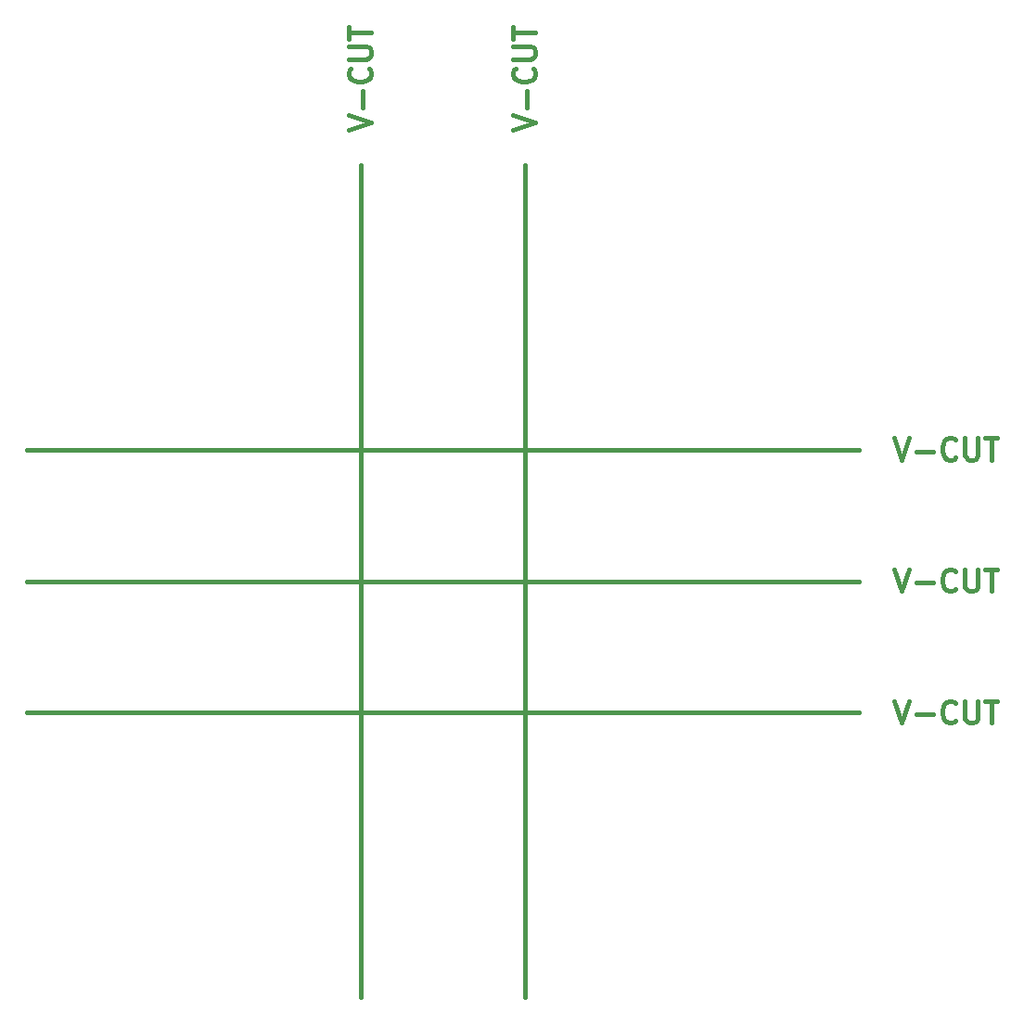
<source format=gbr>
G04 #@! TF.GenerationSoftware,KiCad,Pcbnew,7.0.2-6a45011f42~172~ubuntu22.04.1*
G04 #@! TF.CreationDate,2023-05-27T08:42:39+08:00*
G04 #@! TF.ProjectId,panel_2_1,70616e65-6c5f-4325-9f31-2e6b69636164,rev?*
G04 #@! TF.SameCoordinates,Original*
G04 #@! TF.FileFunction,Other,Comment*
%FSLAX46Y46*%
G04 Gerber Fmt 4.6, Leading zero omitted, Abs format (unit mm)*
G04 Created by KiCad (PCBNEW 7.0.2-6a45011f42~172~ubuntu22.04.1) date 2023-05-27 08:42:39*
%MOMM*%
%LPD*%
G01*
G04 APERTURE LIST*
%ADD10C,0.400000*%
G04 APERTURE END LIST*
D10*
X-3000000Y-23000000D02*
X73000000Y-23000000D01*
X-3000000Y-47000000D02*
X73000000Y-47000000D01*
X27500000Y3000000D02*
X27500000Y-73000000D01*
X42500000Y3000000D02*
X42500000Y-73000000D01*
X-3000000Y-35000000D02*
X73000000Y-35000000D01*
X76190476Y-21925238D02*
X76857142Y-23925238D01*
X76857142Y-23925238D02*
X77523809Y-21925238D01*
X78190476Y-23163333D02*
X79714286Y-23163333D01*
X81809523Y-23734761D02*
X81714285Y-23830000D01*
X81714285Y-23830000D02*
X81428571Y-23925238D01*
X81428571Y-23925238D02*
X81238095Y-23925238D01*
X81238095Y-23925238D02*
X80952380Y-23830000D01*
X80952380Y-23830000D02*
X80761904Y-23639523D01*
X80761904Y-23639523D02*
X80666666Y-23449047D01*
X80666666Y-23449047D02*
X80571428Y-23068095D01*
X80571428Y-23068095D02*
X80571428Y-22782380D01*
X80571428Y-22782380D02*
X80666666Y-22401428D01*
X80666666Y-22401428D02*
X80761904Y-22210952D01*
X80761904Y-22210952D02*
X80952380Y-22020476D01*
X80952380Y-22020476D02*
X81238095Y-21925238D01*
X81238095Y-21925238D02*
X81428571Y-21925238D01*
X81428571Y-21925238D02*
X81714285Y-22020476D01*
X81714285Y-22020476D02*
X81809523Y-22115714D01*
X82666666Y-21925238D02*
X82666666Y-23544285D01*
X82666666Y-23544285D02*
X82761904Y-23734761D01*
X82761904Y-23734761D02*
X82857142Y-23830000D01*
X82857142Y-23830000D02*
X83047618Y-23925238D01*
X83047618Y-23925238D02*
X83428571Y-23925238D01*
X83428571Y-23925238D02*
X83619047Y-23830000D01*
X83619047Y-23830000D02*
X83714285Y-23734761D01*
X83714285Y-23734761D02*
X83809523Y-23544285D01*
X83809523Y-23544285D02*
X83809523Y-21925238D01*
X84476190Y-21925238D02*
X85619047Y-21925238D01*
X85047618Y-23925238D02*
X85047618Y-21925238D01*
X26425238Y6190477D02*
X28425238Y6857143D01*
X28425238Y6857143D02*
X26425238Y7523810D01*
X27663333Y8190477D02*
X27663333Y9714286D01*
X28234761Y11809524D02*
X28330000Y11714286D01*
X28330000Y11714286D02*
X28425238Y11428572D01*
X28425238Y11428572D02*
X28425238Y11238096D01*
X28425238Y11238096D02*
X28330000Y10952381D01*
X28330000Y10952381D02*
X28139523Y10761905D01*
X28139523Y10761905D02*
X27949047Y10666667D01*
X27949047Y10666667D02*
X27568095Y10571429D01*
X27568095Y10571429D02*
X27282380Y10571429D01*
X27282380Y10571429D02*
X26901428Y10666667D01*
X26901428Y10666667D02*
X26710952Y10761905D01*
X26710952Y10761905D02*
X26520476Y10952381D01*
X26520476Y10952381D02*
X26425238Y11238096D01*
X26425238Y11238096D02*
X26425238Y11428572D01*
X26425238Y11428572D02*
X26520476Y11714286D01*
X26520476Y11714286D02*
X26615714Y11809524D01*
X26425238Y12666667D02*
X28044285Y12666667D01*
X28044285Y12666667D02*
X28234761Y12761905D01*
X28234761Y12761905D02*
X28330000Y12857143D01*
X28330000Y12857143D02*
X28425238Y13047619D01*
X28425238Y13047619D02*
X28425238Y13428572D01*
X28425238Y13428572D02*
X28330000Y13619048D01*
X28330000Y13619048D02*
X28234761Y13714286D01*
X28234761Y13714286D02*
X28044285Y13809524D01*
X28044285Y13809524D02*
X26425238Y13809524D01*
X26425238Y14476191D02*
X26425238Y15619048D01*
X28425238Y15047619D02*
X26425238Y15047619D01*
X41425238Y6190477D02*
X43425238Y6857143D01*
X43425238Y6857143D02*
X41425238Y7523810D01*
X42663333Y8190477D02*
X42663333Y9714286D01*
X43234761Y11809524D02*
X43330000Y11714286D01*
X43330000Y11714286D02*
X43425238Y11428572D01*
X43425238Y11428572D02*
X43425238Y11238096D01*
X43425238Y11238096D02*
X43330000Y10952381D01*
X43330000Y10952381D02*
X43139523Y10761905D01*
X43139523Y10761905D02*
X42949047Y10666667D01*
X42949047Y10666667D02*
X42568095Y10571429D01*
X42568095Y10571429D02*
X42282380Y10571429D01*
X42282380Y10571429D02*
X41901428Y10666667D01*
X41901428Y10666667D02*
X41710952Y10761905D01*
X41710952Y10761905D02*
X41520476Y10952381D01*
X41520476Y10952381D02*
X41425238Y11238096D01*
X41425238Y11238096D02*
X41425238Y11428572D01*
X41425238Y11428572D02*
X41520476Y11714286D01*
X41520476Y11714286D02*
X41615714Y11809524D01*
X41425238Y12666667D02*
X43044285Y12666667D01*
X43044285Y12666667D02*
X43234761Y12761905D01*
X43234761Y12761905D02*
X43330000Y12857143D01*
X43330000Y12857143D02*
X43425238Y13047619D01*
X43425238Y13047619D02*
X43425238Y13428572D01*
X43425238Y13428572D02*
X43330000Y13619048D01*
X43330000Y13619048D02*
X43234761Y13714286D01*
X43234761Y13714286D02*
X43044285Y13809524D01*
X43044285Y13809524D02*
X41425238Y13809524D01*
X41425238Y14476191D02*
X41425238Y15619048D01*
X43425238Y15047619D02*
X41425238Y15047619D01*
X76190476Y-33925238D02*
X76857142Y-35925238D01*
X76857142Y-35925238D02*
X77523809Y-33925238D01*
X78190476Y-35163333D02*
X79714286Y-35163333D01*
X81809523Y-35734761D02*
X81714285Y-35830000D01*
X81714285Y-35830000D02*
X81428571Y-35925238D01*
X81428571Y-35925238D02*
X81238095Y-35925238D01*
X81238095Y-35925238D02*
X80952380Y-35830000D01*
X80952380Y-35830000D02*
X80761904Y-35639523D01*
X80761904Y-35639523D02*
X80666666Y-35449047D01*
X80666666Y-35449047D02*
X80571428Y-35068095D01*
X80571428Y-35068095D02*
X80571428Y-34782380D01*
X80571428Y-34782380D02*
X80666666Y-34401428D01*
X80666666Y-34401428D02*
X80761904Y-34210952D01*
X80761904Y-34210952D02*
X80952380Y-34020476D01*
X80952380Y-34020476D02*
X81238095Y-33925238D01*
X81238095Y-33925238D02*
X81428571Y-33925238D01*
X81428571Y-33925238D02*
X81714285Y-34020476D01*
X81714285Y-34020476D02*
X81809523Y-34115714D01*
X82666666Y-33925238D02*
X82666666Y-35544285D01*
X82666666Y-35544285D02*
X82761904Y-35734761D01*
X82761904Y-35734761D02*
X82857142Y-35830000D01*
X82857142Y-35830000D02*
X83047618Y-35925238D01*
X83047618Y-35925238D02*
X83428571Y-35925238D01*
X83428571Y-35925238D02*
X83619047Y-35830000D01*
X83619047Y-35830000D02*
X83714285Y-35734761D01*
X83714285Y-35734761D02*
X83809523Y-35544285D01*
X83809523Y-35544285D02*
X83809523Y-33925238D01*
X84476190Y-33925238D02*
X85619047Y-33925238D01*
X85047618Y-35925238D02*
X85047618Y-33925238D01*
X76190476Y-45925238D02*
X76857142Y-47925238D01*
X76857142Y-47925238D02*
X77523809Y-45925238D01*
X78190476Y-47163333D02*
X79714286Y-47163333D01*
X81809523Y-47734761D02*
X81714285Y-47830000D01*
X81714285Y-47830000D02*
X81428571Y-47925238D01*
X81428571Y-47925238D02*
X81238095Y-47925238D01*
X81238095Y-47925238D02*
X80952380Y-47830000D01*
X80952380Y-47830000D02*
X80761904Y-47639523D01*
X80761904Y-47639523D02*
X80666666Y-47449047D01*
X80666666Y-47449047D02*
X80571428Y-47068095D01*
X80571428Y-47068095D02*
X80571428Y-46782380D01*
X80571428Y-46782380D02*
X80666666Y-46401428D01*
X80666666Y-46401428D02*
X80761904Y-46210952D01*
X80761904Y-46210952D02*
X80952380Y-46020476D01*
X80952380Y-46020476D02*
X81238095Y-45925238D01*
X81238095Y-45925238D02*
X81428571Y-45925238D01*
X81428571Y-45925238D02*
X81714285Y-46020476D01*
X81714285Y-46020476D02*
X81809523Y-46115714D01*
X82666666Y-45925238D02*
X82666666Y-47544285D01*
X82666666Y-47544285D02*
X82761904Y-47734761D01*
X82761904Y-47734761D02*
X82857142Y-47830000D01*
X82857142Y-47830000D02*
X83047618Y-47925238D01*
X83047618Y-47925238D02*
X83428571Y-47925238D01*
X83428571Y-47925238D02*
X83619047Y-47830000D01*
X83619047Y-47830000D02*
X83714285Y-47734761D01*
X83714285Y-47734761D02*
X83809523Y-47544285D01*
X83809523Y-47544285D02*
X83809523Y-45925238D01*
X84476190Y-45925238D02*
X85619047Y-45925238D01*
X85047618Y-47925238D02*
X85047618Y-45925238D01*
M02*

</source>
